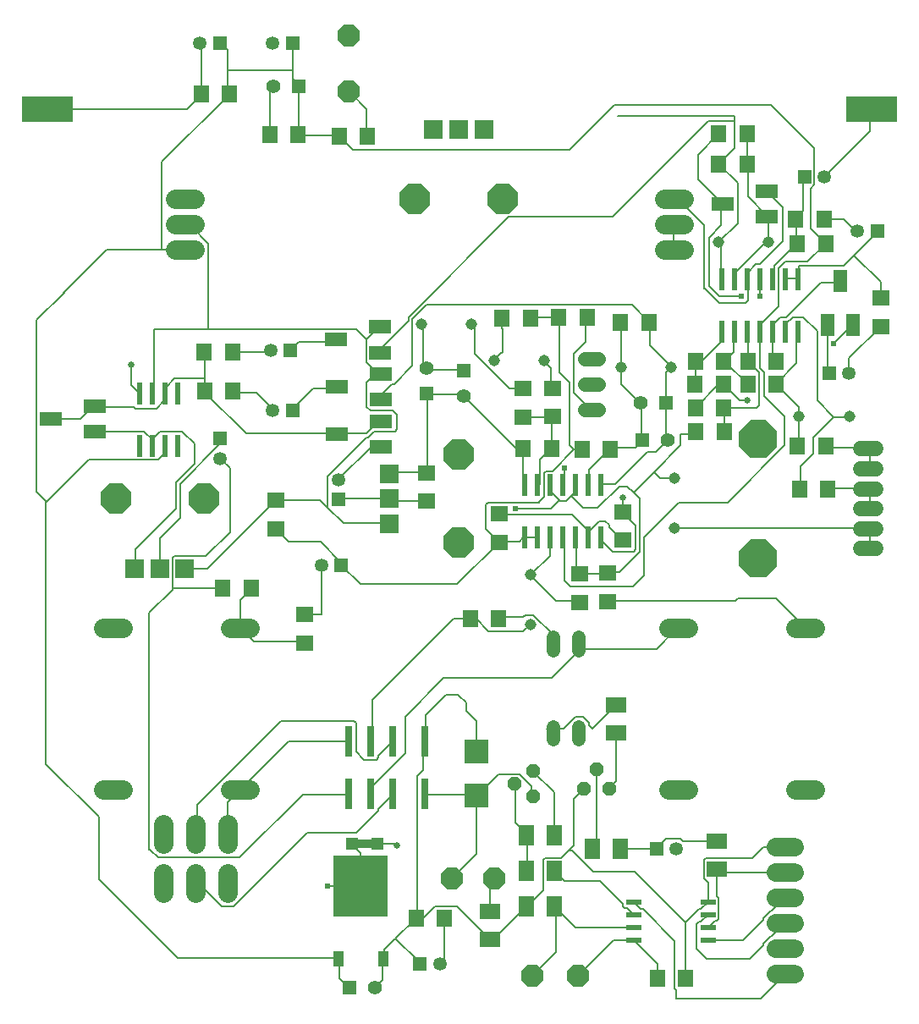
<source format=gbr>
G04 EAGLE Gerber X2 export*
%TF.Part,Single*%
%TF.FileFunction,Copper,L1,Top,Mixed*%
%TF.FilePolarity,Positive*%
%TF.GenerationSoftware,Autodesk,EAGLE,9.2.2*%
%TF.CreationDate,2019-06-08T20:52:32Z*%
G75*
%MOMM*%
%FSLAX34Y34*%
%LPD*%
%INTop Copper*%
%AMOC8*
5,1,8,0,0,1.08239X$1,22.5*%
G01*
%ADD10C,1.143000*%
%ADD11R,1.350000X1.350000*%
%ADD12C,1.350000*%
%ADD13R,1.600000X1.800000*%
%ADD14R,1.800000X1.600000*%
%ADD15C,1.408000*%
%ADD16R,1.408000X1.408000*%
%ADD17R,0.600000X2.200000*%
%ADD18C,1.950000*%
%ADD19R,0.800000X3.100000*%
%ADD20P,2.336880X8X112.500000*%
%ADD21R,1.600000X1.803000*%
%ADD22R,2.184400X1.320800*%
%ADD23R,1.803000X1.600000*%
%ADD24R,1.320800X2.184400*%
%ADD25R,2.000000X1.600000*%
%ADD26R,1.600000X2.000000*%
%ADD27R,1.000000X1.600000*%
%ADD28R,5.400000X6.200000*%
%ADD29R,1.549400X0.533400*%
%ADD30R,1.879600X1.879600*%
%ADD31P,3.247170X8X292.500000*%
%ADD32P,2.336880X8X22.500000*%
%ADD33P,2.336880X8X202.500000*%
%ADD34R,2.400000X2.400000*%
%ADD35R,1.270000X1.270000*%
%ADD36C,0.812800*%
%ADD37C,1.508000*%
%ADD38P,4.123906X8X292.500000*%
%ADD39C,1.879600*%
%ADD40R,5.080000X2.540000*%
%ADD41P,1.429621X8X112.500000*%
%ADD42P,3.247170X8X202.500000*%
%ADD43C,1.422400*%
%ADD44C,1.955800*%
%ADD45R,1.955800X1.955800*%
%ADD46P,3.247170X8X112.500000*%
%ADD47P,1.429621X8X22.500000*%
%ADD48C,1.320800*%
%ADD49C,0.203200*%
%ADD50C,0.604800*%
%ADD51C,0.654800*%


D10*
X513722Y384460D03*
X513722Y434460D03*
D11*
X812551Y635345D03*
D12*
X832551Y635345D03*
D11*
X273939Y658477D03*
D12*
X253939Y658477D03*
D13*
X679574Y576956D03*
X707574Y576956D03*
D10*
X782905Y592749D03*
X832905Y592749D03*
X527562Y648635D03*
X477562Y648635D03*
D11*
X321794Y509377D03*
D12*
X321794Y529377D03*
D11*
X788182Y832407D03*
D12*
X808182Y832407D03*
D11*
X861071Y777583D03*
D12*
X841071Y777583D03*
D10*
X604711Y641405D03*
X654711Y641405D03*
D11*
X276089Y598484D03*
D12*
X256089Y598484D03*
D10*
X657859Y530638D03*
X657859Y480638D03*
D11*
X203425Y570566D03*
D12*
X203425Y550566D03*
D11*
X324662Y443446D03*
D12*
X304662Y443446D03*
D14*
X591425Y435479D03*
X591425Y407479D03*
D11*
X276037Y965820D03*
D12*
X256037Y965820D03*
D13*
X184396Y915428D03*
X212396Y915428D03*
X399453Y90453D03*
X427453Y90453D03*
D11*
X403109Y44963D03*
D12*
X423109Y44963D03*
D11*
X203287Y965665D03*
D12*
X183287Y965665D03*
D13*
X280920Y874103D03*
X252920Y874103D03*
D15*
X357957Y20706D03*
D16*
X332557Y20706D03*
D15*
X256960Y923048D03*
D16*
X282360Y923048D03*
D17*
X521232Y471705D03*
X521232Y523705D03*
X508532Y471705D03*
X533932Y471705D03*
X546632Y471705D03*
X508532Y523705D03*
X533932Y523705D03*
X546632Y523705D03*
X572032Y471705D03*
X572032Y523705D03*
X559332Y471705D03*
X584732Y471705D03*
X559332Y523705D03*
X584732Y523705D03*
X718251Y677263D03*
X718251Y729263D03*
X705551Y677263D03*
X730951Y677263D03*
X743651Y677263D03*
X705551Y729263D03*
X730951Y729263D03*
X743651Y729263D03*
X769051Y677263D03*
X769051Y729263D03*
X756351Y677263D03*
X781751Y677263D03*
X756351Y729263D03*
X781751Y729263D03*
D18*
X106250Y218850D02*
X86750Y218850D01*
X86750Y381150D02*
X106250Y381150D01*
X213750Y218850D02*
X233250Y218850D01*
X233250Y381150D02*
X213750Y381150D01*
D19*
X408205Y267599D03*
X376205Y267599D03*
X354205Y267599D03*
X332205Y267599D03*
X408205Y214599D03*
X376205Y214599D03*
X354205Y214599D03*
X332205Y214599D03*
D20*
X515874Y32854D03*
X561679Y32854D03*
D18*
X778750Y381150D02*
X798250Y381150D01*
X798250Y218850D02*
X778750Y218850D01*
X671250Y381150D02*
X651750Y381150D01*
X651750Y218850D02*
X671250Y218850D01*
D21*
X706993Y624985D03*
X678553Y624985D03*
D22*
X750408Y792147D03*
X706408Y804877D03*
X750408Y817607D03*
X363686Y656399D03*
X319686Y669129D03*
X363686Y681859D03*
D23*
X536457Y620752D03*
X536457Y592312D03*
D21*
X535225Y560010D03*
X506785Y560010D03*
D22*
X364540Y609573D03*
X320540Y622303D03*
X364540Y635033D03*
D21*
X604107Y686424D03*
X632547Y686424D03*
X809189Y765476D03*
X780749Y765476D03*
X730724Y845148D03*
X702284Y845148D03*
D24*
X810893Y684048D03*
X823623Y728048D03*
X836353Y684048D03*
D23*
X864531Y710902D03*
X864531Y682462D03*
X288000Y394220D03*
X288000Y365780D03*
D22*
X77998Y576990D03*
X33998Y589720D03*
X77998Y602450D03*
D25*
X473327Y97285D03*
X473327Y69285D03*
D21*
X678935Y601007D03*
X707375Y601007D03*
X807929Y790055D03*
X779489Y790055D03*
X707297Y647430D03*
X678857Y647430D03*
D26*
X537699Y173758D03*
X509699Y173758D03*
D21*
X759743Y624832D03*
X731303Y624832D03*
X811403Y519796D03*
X782963Y519796D03*
X809293Y562512D03*
X780853Y562512D03*
D26*
X509699Y137862D03*
X537699Y137862D03*
D25*
X700727Y167434D03*
X700727Y139434D03*
D21*
X453780Y390000D03*
X482220Y390000D03*
X731427Y647449D03*
X759867Y647449D03*
X565602Y559432D03*
X594042Y559432D03*
D23*
X562917Y406603D03*
X562917Y435043D03*
D21*
X513891Y690710D03*
X485451Y690710D03*
X542394Y691388D03*
X570834Y691388D03*
D27*
X321513Y49774D03*
X367113Y49774D03*
D28*
X344313Y122774D03*
D29*
X617481Y106458D03*
X617481Y93758D03*
X617481Y81058D03*
X617481Y68358D03*
X691649Y68358D03*
X691649Y81058D03*
X691649Y93758D03*
X691649Y106458D03*
D30*
X168000Y440000D03*
X143000Y440000D03*
X118000Y440000D03*
D31*
X187000Y510000D03*
X99000Y510000D03*
D32*
X332290Y918003D03*
D33*
X332290Y973295D03*
D34*
X460171Y257116D03*
X460171Y213116D03*
D35*
X335188Y164867D03*
X360588Y164867D03*
D36*
X335188Y164867D01*
D37*
X844462Y539996D02*
X859542Y539996D01*
X859542Y559996D02*
X844462Y559996D01*
X844462Y459996D02*
X859542Y459996D01*
X859542Y519996D02*
X844462Y519996D01*
X844462Y499996D02*
X859542Y499996D01*
X859542Y479996D02*
X844462Y479996D01*
D38*
X742002Y569996D03*
X742002Y449996D03*
D39*
X759298Y161666D02*
X778094Y161666D01*
X778094Y136266D02*
X759298Y136266D01*
X759298Y110866D02*
X778094Y110866D01*
X778094Y85466D02*
X759298Y85466D01*
X759298Y60066D02*
X778094Y60066D01*
X778094Y34666D02*
X759298Y34666D01*
D18*
X146800Y115500D02*
X146800Y135000D01*
X178800Y135000D02*
X178800Y115500D01*
X210800Y115500D02*
X210800Y135000D01*
X210800Y165000D02*
X210800Y184500D01*
X178800Y184500D02*
X178800Y165000D01*
X146800Y165000D02*
X146800Y184500D01*
D10*
X702253Y766759D03*
X752253Y766759D03*
D40*
X855323Y900000D03*
X30529Y900000D03*
D41*
X516971Y237414D03*
X497921Y224714D03*
X516971Y212014D03*
D13*
X350791Y873022D03*
X322791Y873022D03*
D26*
X537699Y101966D03*
X509699Y101966D03*
D23*
X506739Y591943D03*
X506739Y620383D03*
D15*
X409773Y641036D03*
D16*
X409773Y615636D03*
D15*
X447437Y612644D03*
D16*
X447437Y638044D03*
D15*
X651406Y568795D03*
D16*
X626006Y568795D03*
D15*
X623884Y605694D03*
D16*
X649284Y605694D03*
D10*
X405027Y684557D03*
X455027Y684557D03*
D21*
X215728Y656933D03*
X187288Y656933D03*
X187898Y617508D03*
X216338Y617508D03*
D30*
X372500Y535000D03*
X372500Y510000D03*
X372500Y485000D03*
D42*
X442500Y554000D03*
X442500Y466000D03*
D22*
X364357Y561834D03*
X320357Y574564D03*
X364357Y587294D03*
D23*
X482818Y466620D03*
X482818Y495060D03*
X606637Y468766D03*
X606637Y497206D03*
D17*
X148250Y615223D03*
X148250Y563223D03*
X160950Y615223D03*
X135550Y615223D03*
X122850Y615223D03*
X160950Y563223D03*
X135550Y563223D03*
X122850Y563223D03*
D13*
X669112Y30270D03*
X641112Y30270D03*
D32*
X477780Y130331D03*
X435292Y130368D03*
D23*
X409972Y507407D03*
X409972Y535847D03*
D43*
X567861Y599225D02*
X582085Y599225D01*
X582085Y624625D02*
X567861Y624625D01*
X567861Y650025D02*
X582085Y650025D01*
D21*
X234740Y420417D03*
X206300Y420417D03*
D44*
X648121Y810170D02*
X667679Y810170D01*
X667679Y784770D02*
X648121Y784770D01*
X648121Y759370D02*
X667679Y759370D01*
X177679Y810170D02*
X158121Y810170D01*
X158121Y784770D02*
X177679Y784770D01*
X177679Y759370D02*
X158121Y759370D01*
D45*
X417100Y879088D03*
X442500Y879088D03*
X467900Y879088D03*
D46*
X486500Y810000D03*
X398500Y810000D03*
D47*
X592700Y220000D03*
X580000Y239050D03*
X567300Y220000D03*
D48*
X537300Y268692D02*
X537300Y281900D01*
X562700Y281900D02*
X562700Y268692D01*
X562700Y358100D02*
X562700Y371308D01*
X537300Y371308D02*
X537300Y358100D01*
D26*
X576000Y160000D03*
X604000Y160000D03*
D25*
X600000Y304000D03*
X600000Y276000D03*
D11*
X640000Y160000D03*
D12*
X660000Y160000D03*
D21*
X702434Y875000D03*
X730874Y875000D03*
D23*
X259137Y480221D03*
X259137Y508661D03*
D49*
X780318Y767416D02*
X780318Y789867D01*
X779489Y790055D01*
X780318Y767416D02*
X780749Y765476D01*
X757867Y742924D02*
X757867Y730678D01*
X757867Y742924D02*
X780318Y765375D01*
X757867Y730678D02*
X756351Y729263D01*
X780318Y765375D02*
X780749Y765476D01*
X786441Y798031D02*
X786441Y830687D01*
X786441Y798031D02*
X780318Y791908D01*
X786441Y830687D02*
X788182Y832407D01*
X780318Y791908D02*
X779489Y790055D01*
X561931Y408200D02*
X539480Y408200D01*
X514988Y432692D01*
X561931Y408200D02*
X562917Y406603D01*
X514988Y432692D02*
X513722Y434460D01*
X533357Y453102D02*
X533357Y471471D01*
X533357Y453102D02*
X514988Y434733D01*
X533357Y471471D02*
X533932Y471705D01*
X514988Y434733D02*
X513722Y434460D01*
X459881Y389831D02*
X455799Y389831D01*
X459881Y389831D02*
X472127Y377585D01*
X506824Y377585D01*
X512947Y383708D01*
X455799Y389831D02*
X453780Y390000D01*
X512947Y383708D02*
X513722Y384460D01*
X355790Y308829D02*
X355790Y269412D01*
X436961Y390000D02*
X453780Y390000D01*
X436961Y390000D02*
X355790Y308829D01*
X355790Y269412D02*
X354205Y267599D01*
X704801Y783744D02*
X704801Y804154D01*
X704801Y783744D02*
X692555Y771498D01*
X692555Y722514D01*
X702760Y712309D01*
X725211Y712309D01*
X704801Y804154D02*
X706408Y804877D01*
X835425Y683735D02*
X817056Y665366D01*
X835425Y683735D02*
X836353Y684048D01*
D50*
X725211Y712309D03*
X817056Y665366D03*
D49*
X702289Y624361D02*
X678935Y601007D01*
X723368Y608611D02*
X731210Y608611D01*
D51*
X731210Y608611D03*
D49*
X723368Y608611D02*
X706993Y624985D01*
X706408Y804877D02*
X681324Y829961D01*
X702104Y624546D02*
X706186Y624546D01*
X702289Y624361D02*
X702104Y624546D01*
X706186Y624546D02*
X706993Y624985D01*
X681324Y829961D02*
X681324Y853890D01*
X702434Y875000D01*
X864531Y682462D02*
X832551Y650482D01*
X832551Y635345D01*
X810933Y636792D02*
X810933Y683735D01*
X810893Y684048D01*
X810933Y636792D02*
X812551Y635345D01*
X757867Y677612D02*
X757867Y685776D01*
X757867Y677612D02*
X756351Y677263D01*
X804810Y726596D02*
X823179Y726596D01*
X804810Y726596D02*
X770113Y691899D01*
X763990Y691899D01*
X757867Y685776D01*
X823179Y726596D02*
X823623Y728048D01*
X757867Y685776D02*
X756351Y677263D01*
X755826Y675571D02*
X755826Y651751D01*
X759867Y647449D01*
X755826Y675571D02*
X756351Y677263D01*
X704801Y675571D02*
X704801Y667407D01*
X704801Y675571D02*
X705551Y677263D01*
X704801Y667407D02*
X686432Y649038D01*
X704801Y667407D02*
X705551Y677263D01*
X678857Y647430D02*
X678857Y625289D01*
X678553Y624985D01*
X679653Y649038D02*
X686432Y649038D01*
X679653Y649038D02*
X678857Y647430D01*
X717047Y657202D02*
X717047Y675571D01*
X717047Y657202D02*
X708883Y649038D01*
X717047Y675571D02*
X718251Y677263D01*
X708883Y649038D02*
X707297Y647430D01*
X709138Y646997D02*
X731303Y624832D01*
X709138Y646997D02*
X708883Y646997D01*
X707297Y647430D01*
X729293Y677612D02*
X730951Y677263D01*
X731334Y675571D02*
X731334Y647476D01*
X731427Y647449D01*
X731334Y675571D02*
X730951Y677263D01*
X742571Y603790D02*
X739788Y601007D01*
X709441Y601007D01*
X707375Y601007D01*
X742571Y636305D02*
X731427Y647449D01*
X742571Y636305D02*
X742571Y603790D01*
X707574Y599140D02*
X707574Y576956D01*
X707574Y599140D02*
X709441Y601007D01*
X780853Y562512D02*
X782359Y563316D01*
X780318Y675571D02*
X781751Y677263D01*
X759743Y624832D02*
X782359Y602216D01*
X759743Y624832D02*
X780318Y645406D01*
X780318Y675571D01*
X782359Y602216D02*
X782359Y593295D01*
X782905Y592749D01*
X782905Y564564D01*
X780853Y562512D01*
X784400Y542906D02*
X784400Y520455D01*
X784400Y542906D02*
X796646Y555152D01*
X796646Y571480D01*
X817056Y591890D01*
X831343Y591890D01*
X784400Y520455D02*
X782963Y519796D01*
X831343Y591890D02*
X832905Y592749D01*
X770113Y677612D02*
X770113Y685776D01*
X776236Y691899D01*
X786441Y691899D01*
X800728Y677612D01*
X800728Y608218D01*
X817056Y591890D01*
X770113Y677612D02*
X769051Y677263D01*
X127198Y577603D02*
X78214Y577603D01*
X127198Y577603D02*
X135362Y569439D01*
X135362Y563316D01*
X78214Y577603D02*
X77998Y576990D01*
X135362Y563316D02*
X135550Y563223D01*
X135362Y569439D02*
X143212Y577289D01*
X118378Y459225D02*
X118378Y440856D01*
X118378Y459225D02*
X159198Y500045D01*
X159198Y526578D01*
X177567Y544947D01*
X177567Y565357D01*
X118378Y440856D02*
X118000Y440000D01*
X143212Y577289D02*
X165635Y577289D01*
X177567Y565357D01*
X286396Y214305D02*
X223125Y151034D01*
X141485Y151034D01*
X133321Y159198D01*
X286396Y214305D02*
X331911Y214305D01*
X332205Y214599D01*
X132665Y373503D02*
X132502Y373666D01*
X132665Y373503D02*
X132665Y159198D01*
X133321Y159198D01*
X213230Y540761D02*
X203425Y550566D01*
X213230Y540761D02*
X213230Y476807D01*
X132502Y396078D02*
X132502Y373666D01*
X155536Y450668D02*
X157332Y452464D01*
X155536Y419113D02*
X132502Y396078D01*
X155536Y419113D02*
X155536Y450668D01*
X188887Y452464D02*
X213230Y476807D01*
X188887Y452464D02*
X157332Y452464D01*
X156841Y420417D02*
X206300Y420417D01*
X156841Y420417D02*
X155536Y419113D01*
X812974Y520455D02*
X851753Y520455D01*
X812974Y520455D02*
X811403Y519796D01*
X851753Y520455D02*
X852002Y519996D01*
X853794Y518414D02*
X853794Y500045D01*
X852002Y499996D01*
X853794Y518414D02*
X852002Y519996D01*
X851753Y561275D02*
X810933Y561275D01*
X809293Y562512D01*
X851753Y561275D02*
X852002Y559996D01*
X853794Y559234D02*
X853794Y540865D01*
X852002Y539996D01*
X853794Y559234D02*
X852002Y559996D01*
X702284Y845148D02*
X702403Y845267D01*
X704801Y763334D02*
X704801Y730678D01*
X704801Y763334D02*
X702760Y765375D01*
X704801Y730678D02*
X705551Y729263D01*
X702760Y765375D02*
X702253Y766759D01*
X702253Y766909D01*
X702253Y766759D02*
X721268Y785773D01*
X364536Y656399D02*
X363686Y656399D01*
X702284Y845148D02*
X717954Y860818D01*
X717954Y887835D01*
X717954Y892938D01*
X601075Y892938D01*
X721268Y826163D02*
X721268Y785773D01*
X721268Y826163D02*
X702284Y845148D01*
X365339Y661284D02*
X365339Y657202D01*
X365339Y661284D02*
X391872Y687817D01*
X391872Y691899D01*
X491881Y791908D01*
X595972Y791908D01*
X691899Y887835D01*
X717954Y887835D01*
X365339Y657202D02*
X363686Y656399D01*
X717954Y887835D02*
X718432Y887835D01*
X719088Y736801D02*
X719088Y730678D01*
X719088Y736801D02*
X747662Y765375D01*
X751744Y765375D01*
X719088Y730678D02*
X718251Y729263D01*
X751744Y765375D02*
X752253Y766759D01*
X751744Y767416D02*
X751744Y791908D01*
X750408Y792147D01*
X751744Y767416D02*
X752253Y766759D01*
X730724Y845148D02*
X730724Y874850D01*
X730874Y875000D01*
X750408Y793244D02*
X750408Y792147D01*
X750408Y793244D02*
X731334Y812318D01*
X731334Y844537D01*
X730724Y845148D01*
X483902Y654976D02*
X477562Y648635D01*
X483902Y654976D02*
X484774Y655847D01*
X484627Y689885D02*
X485451Y690710D01*
X485451Y680388D01*
X485451Y690710D02*
X482332Y693829D01*
X485758Y679653D02*
X485758Y657202D01*
X483717Y655161D01*
X485758Y679653D02*
X485451Y680388D01*
X483717Y655161D02*
X483902Y654976D01*
X535398Y622505D02*
X536457Y620752D01*
X534742Y622505D02*
X534742Y640874D01*
X528619Y646997D01*
X534742Y622505D02*
X536457Y620752D01*
X528619Y646997D02*
X527562Y648635D01*
X535398Y591890D02*
X506824Y591890D01*
X506739Y591943D01*
X535398Y591890D02*
X535398Y561275D01*
X535225Y560010D01*
X535398Y591890D02*
X536457Y592312D01*
X523152Y549029D02*
X523152Y524537D01*
X523152Y549029D02*
X533357Y559234D01*
X523152Y524537D02*
X521232Y523705D01*
X533357Y559234D02*
X535225Y560010D01*
X768696Y110866D02*
X768072Y110214D01*
X726188Y68358D02*
X691649Y68358D01*
X726188Y68358D02*
X746834Y89004D01*
X746834Y90629D01*
X754135Y97930D01*
X755760Y97930D01*
X768696Y110866D01*
X702546Y138182D02*
X700727Y139434D01*
X698616Y88025D02*
X691649Y81058D01*
X698616Y88025D02*
X700666Y88025D01*
X702462Y89821D01*
X702462Y110395D02*
X700727Y112131D01*
X700727Y139434D01*
X702462Y110395D02*
X702462Y89821D01*
X703895Y136266D02*
X768696Y136266D01*
X703895Y136266D02*
X700727Y139434D01*
X691649Y93758D02*
X684682Y86791D01*
X682632Y86791D01*
X680000Y84159D01*
X680000Y60000D01*
X690000Y50000D01*
X733230Y50000D01*
X746834Y63604D01*
X746834Y65229D01*
X754135Y72530D01*
X755760Y72530D01*
X768696Y85466D01*
X624448Y99491D02*
X617481Y106458D01*
X624448Y99491D02*
X626498Y99491D01*
X660000Y18046D02*
X660000Y10000D01*
X660000Y18046D02*
X658046Y20000D01*
X658046Y67943D02*
X626498Y99491D01*
X658046Y67943D02*
X658046Y20000D01*
X660000Y10000D02*
X744030Y10000D01*
X768696Y34666D01*
X473327Y97285D02*
X473327Y125878D01*
X477780Y130331D01*
X459881Y214305D02*
X408856Y214305D01*
X459881Y214305D02*
X460171Y213116D01*
X408856Y214305D02*
X408205Y214599D01*
X514988Y212264D02*
X514988Y222469D01*
X502742Y234715D01*
X482332Y234715D01*
X461922Y214305D01*
X514988Y212264D02*
X516971Y212014D01*
X461922Y214305D02*
X460171Y213116D01*
X459881Y154957D02*
X435292Y130368D01*
X459881Y154957D02*
X459881Y214305D01*
X510906Y173485D02*
X510906Y138788D01*
X509699Y137862D01*
X510906Y173485D02*
X509699Y173758D01*
X498660Y185731D02*
X498660Y224510D01*
X498660Y185731D02*
X508865Y175526D01*
X498660Y224510D02*
X497921Y224714D01*
X508865Y175526D02*
X509699Y173758D01*
X537699Y137862D02*
X539480Y136747D01*
X547699Y127862D02*
X583378Y127862D01*
X547699Y127862D02*
X537699Y137862D01*
X610514Y100725D02*
X617481Y93758D01*
X610514Y100725D02*
X608464Y100725D01*
X606668Y102521D01*
X606668Y104571D01*
X583378Y127862D01*
X459881Y257166D02*
X459881Y287781D01*
X449676Y297986D01*
X449676Y306150D01*
X441512Y314314D01*
X429266Y314314D01*
X408856Y293904D01*
X408856Y269412D01*
X459881Y257166D02*
X460171Y257116D01*
X408856Y269412D02*
X408205Y267599D01*
X365995Y48984D02*
X365995Y28574D01*
X359872Y22451D01*
X365995Y48984D02*
X367113Y49774D01*
X359872Y22451D02*
X357957Y20706D01*
X368036Y51025D02*
X368036Y59189D01*
X378934Y70087D02*
X398651Y89804D01*
X378934Y70087D02*
X368036Y59189D01*
X368036Y51025D02*
X367113Y49774D01*
X398651Y89804D02*
X399453Y90453D01*
X406815Y238797D02*
X406815Y267371D01*
X406815Y238797D02*
X400692Y232674D01*
X406815Y267371D02*
X408205Y267599D01*
X768072Y163280D02*
X768696Y161666D01*
X509036Y100411D02*
X508865Y100009D01*
X509036Y100411D02*
X509699Y101966D01*
X473767Y70223D02*
X473327Y69285D01*
X405468Y89804D02*
X400692Y89804D01*
X399453Y90453D01*
X405468Y89804D02*
X418183Y102519D01*
X440093Y102519D01*
X473327Y69285D01*
X400692Y91692D02*
X399453Y90453D01*
X400692Y91692D02*
X400692Y232674D01*
X682632Y99491D02*
X684682Y99491D01*
X691649Y106458D01*
X669112Y85972D02*
X669112Y30270D01*
X669112Y85972D02*
X682632Y99491D01*
X528429Y150928D02*
X526633Y149132D01*
X557300Y210000D02*
X567300Y220000D01*
X557300Y210000D02*
X557300Y163636D01*
X544592Y150928D02*
X528429Y150928D01*
X551832Y158168D02*
X557300Y163636D01*
X551832Y158168D02*
X544592Y150928D01*
X526633Y118008D02*
X509036Y100411D01*
X526633Y118008D02*
X526633Y149132D01*
X509699Y101966D02*
X477019Y69285D01*
X473327Y69285D01*
X618150Y136934D02*
X669112Y85972D01*
X555496Y158168D02*
X551832Y158168D01*
X555496Y158168D02*
X576730Y136934D01*
X618150Y136934D01*
X746857Y161666D02*
X768696Y161666D01*
X687661Y148704D02*
X687661Y130164D01*
X687661Y148704D02*
X689457Y150500D01*
X691649Y126176D02*
X691649Y106458D01*
X691649Y126176D02*
X687661Y130164D01*
X735691Y150500D02*
X746857Y161666D01*
X735691Y150500D02*
X689457Y150500D01*
X402077Y46943D02*
X378934Y70087D01*
X402077Y46943D02*
X403109Y44963D01*
X537699Y101966D02*
X539480Y102050D01*
X517029Y34697D02*
X515874Y32854D01*
X537439Y100009D02*
X537699Y101966D01*
X539480Y56461D02*
X515874Y32854D01*
X539480Y56461D02*
X539480Y102050D01*
X558607Y81058D02*
X617481Y81058D01*
X558607Y81058D02*
X537699Y101966D01*
X576000Y280000D02*
X600000Y304000D01*
X572370Y285906D02*
X566706Y291570D01*
X558695Y291570D01*
X572370Y283630D02*
X576000Y280000D01*
X572370Y283630D02*
X572370Y285906D01*
X547125Y280000D02*
X535400Y280000D01*
X547125Y280000D02*
X558695Y291570D01*
X535400Y280000D02*
X530000Y280000D01*
X535400Y280000D02*
X537300Y281900D01*
X331298Y267371D02*
X272109Y267371D01*
X225166Y220428D01*
X331298Y267371D02*
X332205Y267599D01*
X225166Y220428D02*
X223500Y218850D01*
X210879Y206141D02*
X210879Y165321D01*
X210879Y206141D02*
X223125Y218387D01*
X210879Y165321D02*
X210800Y165000D01*
X223125Y218387D02*
X223500Y218850D01*
X361913Y200018D02*
X376200Y214305D01*
X361913Y200018D02*
X361913Y197977D01*
X339462Y175526D01*
X290478Y175526D01*
X217002Y102050D01*
X204756Y102050D01*
X180264Y126542D01*
X180264Y134706D01*
X376200Y214305D02*
X376205Y214599D01*
X180264Y134706D02*
X178800Y135000D01*
X304662Y394220D02*
X304662Y443446D01*
X304662Y394220D02*
X288000Y394220D01*
X376200Y267371D02*
X361913Y253084D01*
X361913Y251043D01*
X359872Y249002D01*
X347626Y249002D01*
X339462Y257166D01*
X339462Y285740D01*
X337421Y287781D01*
X263945Y287781D01*
X180264Y204100D01*
X180264Y165321D01*
X376200Y267371D02*
X376205Y267599D01*
X180264Y165321D02*
X178800Y165000D01*
X640137Y359864D02*
X659899Y379626D01*
X661500Y381150D01*
X355790Y222469D02*
X355790Y216346D01*
X355790Y222469D02*
X388414Y255093D01*
X388414Y292179D01*
X426877Y330642D01*
X355790Y216346D02*
X354205Y214599D01*
X535242Y330642D02*
X562700Y358100D01*
X535242Y330642D02*
X426877Y330642D01*
X564464Y359864D02*
X640137Y359864D01*
X564464Y359864D02*
X562700Y358100D01*
X553767Y422487D02*
X547644Y428610D01*
X627243Y433302D02*
X627243Y471391D01*
X627243Y433302D02*
X616428Y422487D01*
X553767Y422487D01*
X627243Y471391D02*
X662319Y506467D01*
X210879Y938860D02*
X210879Y959270D01*
X210879Y938860D02*
X210879Y916409D01*
X210879Y959270D02*
X204756Y965393D01*
X210879Y916409D02*
X212396Y915428D01*
X204756Y965393D02*
X203287Y965665D01*
X282314Y873548D02*
X321093Y873548D01*
X322791Y873022D01*
X282314Y873548D02*
X280920Y874103D01*
X276191Y930696D02*
X276191Y938860D01*
X276191Y965393D01*
X276191Y930696D02*
X282314Y924573D01*
X276191Y965393D02*
X276037Y965820D01*
X282314Y924573D02*
X282360Y923048D01*
X282314Y922532D02*
X282314Y875589D01*
X280920Y874103D01*
X282314Y922532D02*
X282360Y923048D01*
X276191Y938860D02*
X210879Y938860D01*
X323134Y48984D02*
X323134Y30615D01*
X331298Y22451D01*
X323134Y48984D02*
X321513Y49774D01*
X331298Y22451D02*
X332557Y20706D01*
X321093Y51025D02*
X161235Y51025D01*
X82538Y129721D01*
X82538Y191618D01*
X29230Y244926D01*
X29230Y506168D01*
X29935Y506873D02*
X72091Y549029D01*
X29935Y506873D02*
X29230Y506168D01*
X72091Y549029D02*
X141485Y549029D01*
X147608Y555152D01*
X147608Y561275D01*
X321093Y51025D02*
X321513Y49774D01*
X147608Y561275D02*
X148250Y563223D01*
X29935Y506873D02*
X20010Y516797D01*
X20010Y688590D02*
X47196Y715869D01*
X20010Y688590D02*
X20010Y516797D01*
X547644Y470693D02*
X547644Y428610D01*
X547644Y470693D02*
X546632Y471705D01*
X711223Y506467D02*
X768072Y563316D01*
X711223Y506467D02*
X662319Y506467D01*
X745621Y677612D02*
X745621Y685776D01*
X745621Y677612D02*
X743651Y677263D01*
X745621Y685776D01*
X743651Y677263D02*
X743651Y640998D01*
X747791Y636858D01*
X747791Y612919D01*
X768072Y592638D01*
X768072Y563316D01*
X797998Y824387D02*
X797998Y860979D01*
X797998Y824387D02*
X793955Y820344D01*
X797998Y860979D02*
X754881Y904096D01*
X809189Y765476D02*
X790968Y747255D01*
X768707Y747255D01*
X762417Y740965D01*
X762417Y702572D01*
X745621Y685776D01*
X144911Y759252D02*
X89804Y759252D01*
X144911Y759252D02*
X167362Y759252D01*
X89804Y759252D02*
X46943Y716391D01*
X167362Y759252D02*
X167900Y759370D01*
X47196Y715869D02*
X46943Y716391D01*
X144911Y759252D02*
X144911Y847015D01*
X212264Y914368D01*
X212396Y915428D01*
X597946Y904096D02*
X754881Y904096D01*
X597946Y904096D02*
X553111Y859261D01*
X793955Y820344D02*
X793955Y780710D01*
X809189Y765476D01*
X336551Y859261D02*
X322791Y873022D01*
X336551Y859261D02*
X553111Y859261D01*
X584382Y406159D02*
X590505Y406159D01*
X591425Y407479D01*
X506824Y391872D02*
X482332Y391872D01*
X506824Y391872D02*
X508865Y393913D01*
X517029Y393913D01*
X482332Y391872D02*
X482220Y390000D01*
X184346Y916409D02*
X184346Y965393D01*
X184346Y916409D02*
X184396Y915428D01*
X184346Y965393D02*
X183287Y965665D01*
X253740Y920491D02*
X253740Y875589D01*
X253740Y920491D02*
X255781Y922532D01*
X253740Y875589D02*
X252920Y874103D01*
X255781Y922532D02*
X256960Y923048D01*
X237412Y367380D02*
X286396Y367380D01*
X237412Y367380D02*
X225166Y379626D01*
X286396Y367380D02*
X288000Y365780D01*
X225166Y379626D02*
X223500Y381150D01*
X122850Y615223D02*
X123116Y616382D01*
X547644Y540865D02*
X547644Y524537D01*
X546632Y523705D01*
X170059Y900081D02*
X31271Y900081D01*
X170059Y900081D02*
X184346Y914368D01*
X31271Y900081D02*
X30529Y900000D01*
X184346Y914368D02*
X184396Y915428D01*
X310888Y122460D02*
X343544Y122460D01*
X344313Y122774D01*
X592546Y408200D02*
X719088Y408200D01*
X721129Y410241D01*
X759908Y410241D01*
X788482Y381667D01*
X592546Y408200D02*
X591425Y407479D01*
X788482Y381667D02*
X788500Y381150D01*
D50*
X547644Y540865D03*
X310888Y122460D03*
D49*
X344313Y155742D02*
X335188Y164867D01*
X344313Y155742D02*
X344313Y122774D01*
X122850Y615223D02*
X114576Y623496D01*
X114576Y643942D01*
D51*
X114576Y643942D03*
D49*
X808892Y789867D02*
X827261Y789867D01*
X839507Y777621D01*
X808892Y789867D02*
X807929Y790055D01*
X839507Y777621D02*
X841071Y777583D01*
X743580Y728637D02*
X743580Y712309D01*
X743580Y728637D02*
X743651Y729263D01*
X853794Y877630D02*
X853794Y898040D01*
X853794Y877630D02*
X808892Y832728D01*
X853794Y898040D02*
X855323Y900000D01*
X808892Y832728D02*
X808182Y832407D01*
D50*
X743580Y712309D03*
D49*
X537300Y373642D02*
X537300Y358100D01*
X537300Y373642D02*
X517029Y393913D01*
X234740Y420417D02*
X223500Y409178D01*
X223500Y381150D01*
X427453Y47796D02*
X423109Y44963D01*
X537439Y175526D02*
X537439Y216346D01*
X517029Y236756D01*
X537439Y175526D02*
X537699Y173758D01*
X517029Y236756D02*
X516971Y237414D01*
X561931Y34697D02*
X561679Y32854D01*
X379002Y164867D02*
X360588Y164867D01*
X379002Y164867D02*
X380258Y163610D01*
D51*
X380258Y163610D03*
D49*
X427453Y90453D02*
X427453Y49306D01*
X423109Y44963D01*
X561679Y32854D02*
X597183Y68358D01*
X617481Y68358D01*
X641112Y44727D01*
X641112Y30270D01*
X137403Y616382D02*
X137403Y679653D01*
X137403Y616382D02*
X135550Y615223D01*
X359872Y636792D02*
X363954Y636792D01*
X359872Y636792D02*
X349667Y646997D01*
X349667Y669448D01*
X361913Y681694D01*
X363954Y636792D02*
X364540Y635033D01*
X361913Y681694D02*
X363686Y681859D01*
X310888Y532701D02*
X310888Y502086D01*
X310888Y532701D02*
X349667Y571480D01*
X351708Y571480D01*
X357831Y577603D01*
X378241Y577603D01*
X380282Y579644D01*
X380282Y593931D01*
X376200Y598013D01*
X353749Y598013D01*
X349667Y602095D01*
X349667Y626587D01*
X359872Y636792D01*
X364540Y635033D01*
X339462Y679653D02*
X191854Y679653D01*
X137403Y679653D01*
X339462Y679653D02*
X349667Y669448D01*
X535398Y522496D02*
X535398Y516373D01*
X542977Y508794D02*
X543562Y508209D01*
X542977Y508794D02*
X535398Y516373D01*
X543562Y508209D02*
X549685Y508209D01*
X554439Y512963D02*
X557849Y516373D01*
X554439Y512963D02*
X549685Y508209D01*
X557849Y516373D02*
X557849Y522496D01*
X535398Y522496D02*
X533932Y523705D01*
X557849Y522496D02*
X559332Y523705D01*
X563972Y434733D02*
X590505Y434733D01*
X591425Y435479D01*
X563972Y434733D02*
X562917Y435043D01*
X559890Y438815D02*
X559890Y471471D01*
X559890Y438815D02*
X561931Y436774D01*
X559890Y471471D02*
X559332Y471705D01*
X561931Y436774D02*
X562917Y435043D01*
X566274Y501129D02*
X554439Y512963D01*
X566274Y501129D02*
X581384Y501129D01*
X602751Y522496D01*
X610915Y522496D01*
X617038Y516373D02*
X623161Y510250D01*
X617038Y516373D02*
X610915Y522496D01*
X623161Y510250D02*
X623161Y457184D01*
X602751Y436774D01*
X592546Y436774D01*
X557849Y516373D02*
X559332Y523705D01*
X592546Y436774D02*
X591425Y435479D01*
X637430Y536765D02*
X663981Y563316D01*
X637430Y536765D02*
X617038Y516373D01*
X663981Y563316D02*
X663981Y575047D01*
X534228Y500045D02*
X498660Y500045D01*
X534228Y500045D02*
X542977Y508794D01*
X535398Y516373D02*
X533932Y523705D01*
D50*
X498660Y500045D03*
D49*
X637430Y536765D02*
X643557Y530638D01*
X770113Y730678D02*
X780318Y730678D01*
X770113Y730678D02*
X769051Y729263D01*
X780318Y730678D02*
X781751Y729263D01*
X782359Y729871D02*
X782359Y743173D01*
X782359Y729871D02*
X781751Y729263D01*
X782359Y743173D02*
X827510Y743173D01*
X837892Y753555D01*
X679574Y576956D02*
X677665Y575047D01*
X663981Y575047D01*
X864531Y710902D02*
X864531Y726915D01*
X837892Y753555D01*
X657859Y530638D02*
X643557Y530638D01*
X837892Y753555D02*
X861071Y776734D01*
X861071Y777583D01*
X169403Y440856D02*
X168000Y440000D01*
X310232Y502086D02*
X310888Y502086D01*
X326560Y485758D02*
X371462Y485758D01*
X326560Y485758D02*
X310232Y502086D01*
X371462Y485758D02*
X372500Y485000D01*
X173485Y783744D02*
X169403Y783744D01*
X173485Y783744D02*
X191854Y765375D01*
X191854Y679653D01*
X169403Y783744D02*
X167900Y784770D01*
X259137Y508661D02*
X303657Y508661D01*
X310232Y502086D01*
X259137Y508661D02*
X190477Y440000D01*
X168000Y440000D01*
X484373Y467389D02*
X502742Y467389D01*
X506824Y471471D01*
X484373Y467389D02*
X482818Y466620D01*
X506824Y471471D02*
X508532Y471705D01*
X508865Y471471D02*
X521111Y471471D01*
X521232Y471705D01*
X508865Y471471D02*
X508532Y471705D01*
X565602Y559432D02*
X563972Y561275D01*
X541521Y691899D02*
X539480Y691899D01*
X541521Y691899D02*
X542394Y691388D01*
X324662Y443446D02*
X343580Y424528D01*
X440726Y424528D02*
X482818Y466620D01*
X440726Y424528D02*
X343580Y424528D01*
X527866Y535975D02*
X529662Y537771D01*
X527866Y535975D02*
X527866Y512003D01*
X529662Y537771D02*
X535938Y537771D01*
X557297Y559130D01*
X557598Y559432D01*
X565602Y559432D01*
X522031Y506168D02*
X471471Y506168D01*
X522031Y506168D02*
X522496Y506168D01*
X471471Y506168D02*
X469430Y504127D01*
X469430Y479635D01*
X481676Y467389D01*
X482818Y466620D01*
X522031Y506168D02*
X527866Y512003D01*
X272188Y467170D02*
X259137Y480221D01*
X272188Y467170D02*
X303759Y467170D01*
X324662Y446267D01*
X324662Y443446D01*
X514332Y691899D02*
X538824Y691899D01*
X514332Y691899D02*
X513891Y690710D01*
X538824Y691899D02*
X542394Y691388D01*
X542906Y689858D02*
X542906Y636792D01*
X553111Y626587D01*
X553111Y563316D01*
X557297Y559130D01*
X542906Y689858D02*
X542394Y691388D01*
X852002Y479996D02*
X853794Y481676D01*
X853794Y479635D02*
X853794Y461266D01*
X852002Y459996D01*
X853794Y479635D02*
X852002Y479996D01*
X852756Y480638D02*
X657859Y480638D01*
X852756Y480638D02*
X853794Y481676D01*
X598669Y524537D02*
X586423Y524537D01*
X598669Y524537D02*
X631325Y557193D01*
X639489Y557193D01*
X649694Y567398D01*
X586423Y524537D02*
X584732Y523705D01*
X649694Y567398D02*
X651406Y568795D01*
X649694Y569439D02*
X649694Y604136D01*
X649284Y605694D01*
X649694Y569439D02*
X651406Y568795D01*
X633366Y663325D02*
X633366Y685776D01*
X633366Y663325D02*
X653776Y642915D01*
X633366Y685776D02*
X632547Y686424D01*
X653776Y642915D02*
X654711Y641405D01*
X365995Y614341D02*
X365995Y610259D01*
X364540Y609573D01*
X649694Y606177D02*
X649694Y636792D01*
X653776Y640874D01*
X649694Y606177D02*
X649284Y605694D01*
X653776Y640874D02*
X654711Y641405D01*
X375544Y624546D02*
X365339Y614341D01*
X375544Y624546D02*
X377585Y624546D01*
X395954Y642915D01*
X395954Y689858D01*
X365339Y614341D02*
X364540Y609573D01*
X615319Y703823D02*
X633366Y685776D01*
X409919Y703823D02*
X395954Y689858D01*
X409919Y703823D02*
X615319Y703823D01*
X349667Y873548D02*
X349667Y900081D01*
X333339Y916409D01*
X349667Y873548D02*
X350791Y873022D01*
X333339Y916409D02*
X332290Y918003D01*
X321093Y575562D02*
X349667Y575562D01*
X359872Y585767D01*
X363954Y585767D01*
X321093Y575562D02*
X320357Y574564D01*
X363954Y585767D02*
X364357Y587294D01*
X63927Y589849D02*
X35353Y589849D01*
X63927Y589849D02*
X76173Y602095D01*
X35353Y589849D02*
X33998Y589720D01*
X76173Y602095D02*
X77998Y602450D01*
X188428Y618423D02*
X188428Y630669D01*
X188428Y655161D01*
X187288Y656933D01*
X188428Y618423D02*
X187898Y617508D01*
X149649Y616382D02*
X149649Y622505D01*
X157813Y630669D01*
X188428Y630669D01*
X149649Y616382D02*
X148250Y615223D01*
X116993Y602095D02*
X78214Y602095D01*
X116993Y602095D02*
X119034Y600054D01*
X139444Y600054D01*
X147608Y608218D01*
X147608Y614341D01*
X78214Y602095D02*
X77998Y602450D01*
X147608Y614341D02*
X148250Y615223D01*
X229248Y575562D02*
X319052Y575562D01*
X229248Y575562D02*
X188428Y616382D01*
X319052Y575562D02*
X320357Y574564D01*
X188428Y616382D02*
X187898Y617508D01*
X604792Y642915D02*
X604792Y685776D01*
X604107Y686424D01*
X604792Y642915D02*
X604711Y641405D01*
X594587Y561275D02*
X619079Y561275D01*
X625202Y567398D01*
X594587Y561275D02*
X594042Y559432D01*
X625202Y567398D02*
X626006Y568795D01*
X572136Y538824D02*
X572136Y524537D01*
X572136Y538824D02*
X592546Y559234D01*
X572136Y524537D02*
X572032Y523705D01*
X592546Y559234D02*
X594042Y559432D01*
X625202Y569439D02*
X625202Y604136D01*
X623884Y605694D01*
X625202Y569439D02*
X626006Y568795D01*
X604792Y624546D02*
X604792Y640874D01*
X604792Y624546D02*
X623161Y606177D01*
X604792Y640874D02*
X604711Y641405D01*
X623161Y606177D02*
X623884Y605694D01*
X408856Y642915D02*
X406815Y644956D01*
X406815Y682318D02*
X405027Y684557D01*
X408856Y642915D02*
X409773Y641036D01*
X412938Y638833D02*
X445594Y638833D01*
X412938Y638833D02*
X410897Y640874D01*
X445594Y638833D02*
X447437Y638044D01*
X410897Y640874D02*
X409773Y641036D01*
X406159Y644956D02*
X406159Y681694D01*
X405027Y684557D01*
X406159Y644956D02*
X409773Y641036D01*
X492537Y620464D02*
X504783Y620464D01*
X492537Y620464D02*
X457840Y655161D01*
X457840Y683510D01*
X504783Y620464D02*
X506739Y620383D01*
X457840Y683510D02*
X455027Y684557D01*
X408856Y536783D02*
X374159Y536783D01*
X408856Y536783D02*
X409972Y535847D01*
X374159Y536783D02*
X372500Y535000D01*
X506824Y524537D02*
X506824Y559234D01*
X506785Y560010D01*
X506824Y524537D02*
X508532Y523705D01*
X445594Y614341D02*
X410897Y614341D01*
X445594Y614341D02*
X447437Y612644D01*
X498660Y561275D02*
X504783Y561275D01*
X498660Y561275D02*
X447635Y612300D01*
X504783Y561275D02*
X506785Y560010D01*
X447635Y612300D02*
X447437Y612644D01*
X410897Y614341D02*
X410897Y536783D01*
X409972Y535847D01*
X410897Y614341D02*
X409773Y615636D01*
X408856Y508209D02*
X409972Y507407D01*
X323134Y510250D02*
X321794Y509377D01*
X373503Y508209D02*
X408200Y508209D01*
X409972Y507407D01*
X373503Y508209D02*
X372500Y510000D01*
X371462Y510250D02*
X322478Y510250D01*
X321794Y509377D01*
X371462Y510250D02*
X372500Y510000D01*
X743580Y744965D02*
X766031Y767416D01*
X743580Y744965D02*
X739498Y744965D01*
X731334Y736801D01*
X702760Y706186D02*
X688473Y720473D01*
X702760Y706186D02*
X729293Y706186D01*
X731334Y708227D01*
X731334Y728637D01*
X730951Y729263D01*
X663325Y808236D02*
X659243Y808236D01*
X663325Y808236D02*
X687817Y783744D01*
X687817Y720473D01*
X659243Y808236D02*
X657900Y810170D01*
X687817Y720473D02*
X688473Y720473D01*
X730951Y729263D02*
X731334Y729646D01*
X731334Y736801D01*
X766031Y767416D02*
X766031Y801984D01*
X750408Y817607D01*
X592546Y481676D02*
X604792Y469430D01*
X592546Y481676D02*
X592546Y483717D01*
X588464Y487799D01*
X582341Y487799D01*
X572136Y477594D01*
X572136Y473512D01*
X604792Y469430D02*
X606637Y468766D01*
X572032Y471705D02*
X572136Y473512D01*
X555808Y493922D02*
X484373Y493922D01*
X555808Y493922D02*
X572136Y477594D01*
X484373Y493922D02*
X482818Y495060D01*
X572136Y477594D02*
X572032Y471705D01*
X569439Y667407D02*
X569439Y689858D01*
X569439Y667407D02*
X557193Y655161D01*
X557193Y616382D01*
X573521Y600054D01*
X569439Y689858D02*
X570834Y691388D01*
X573521Y600054D02*
X574973Y599225D01*
X319052Y620464D02*
X296601Y620464D01*
X276191Y600054D01*
X319052Y620464D02*
X320540Y622303D01*
X276191Y600054D02*
X276089Y598484D01*
X239453Y616382D02*
X217002Y616382D01*
X239453Y616382D02*
X255781Y600054D01*
X217002Y616382D02*
X216338Y617508D01*
X255781Y600054D02*
X256089Y598484D01*
X353749Y561275D02*
X363954Y561275D01*
X353749Y561275D02*
X323134Y530660D01*
X363954Y561275D02*
X364357Y561834D01*
X323134Y530660D02*
X321794Y529377D01*
X319052Y667407D02*
X282314Y667407D01*
X274150Y659243D01*
X319052Y667407D02*
X319686Y669129D01*
X274150Y659243D02*
X273939Y658477D01*
X253740Y657202D02*
X217002Y657202D01*
X215728Y656933D01*
X253740Y657202D02*
X253939Y658477D01*
X657202Y761293D02*
X657202Y783744D01*
X657900Y784770D01*
X657900Y759370D02*
X657202Y759252D01*
X575543Y626250D02*
X574973Y624625D01*
X575562Y626587D01*
X657900Y759370D02*
X657202Y761293D01*
X202059Y569439D02*
X202059Y563316D01*
X163280Y524537D01*
X163280Y490885D01*
X143000Y470605D01*
X143000Y440000D01*
X202059Y569439D02*
X203425Y570566D01*
X606833Y495963D02*
X606833Y495098D01*
X619079Y482852D01*
X619079Y459225D01*
X617038Y457184D01*
X596628Y457184D01*
X586423Y467389D01*
X586423Y471471D01*
X606833Y495963D02*
X606637Y497206D01*
X586423Y471471D02*
X584732Y471705D01*
X606637Y497206D02*
X606833Y498004D01*
X606637Y497206D02*
X606637Y510636D01*
X606181Y511093D01*
D51*
X606181Y511093D03*
D49*
X604000Y160000D02*
X640000Y160000D01*
X664066Y169816D02*
X666448Y167434D01*
X700727Y167434D01*
X649816Y169816D02*
X640000Y160000D01*
X649816Y169816D02*
X664066Y169816D01*
X580000Y164000D02*
X576000Y160000D01*
X580000Y164000D02*
X580000Y239050D01*
X592700Y220000D02*
X600000Y227300D01*
X600000Y276000D01*
M02*

</source>
